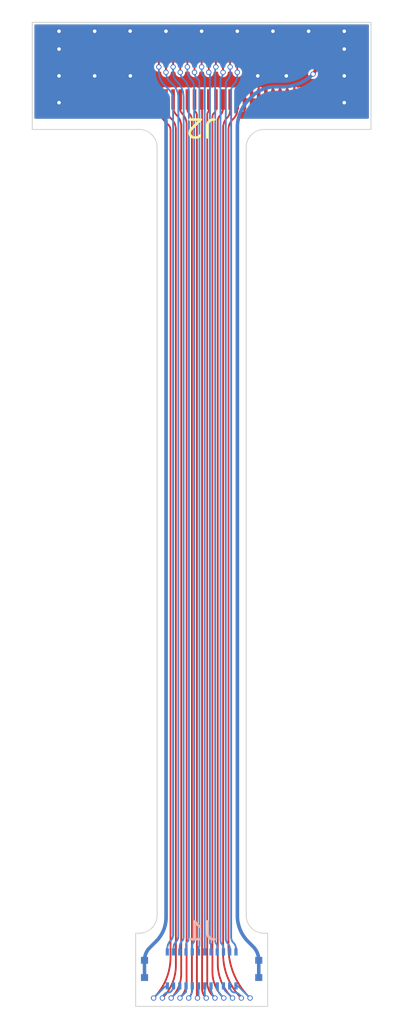
<source format=kicad_pcb>
(kicad_pcb (version 20211014) (generator pcbnew)
  (title_block (title "Pupdrive Flex Connector") (date "2022-03-26") (rev "A") (company "Open Ephys, Inc.") (comment 1 "Jonathan P. Newman"))
  (layers (0 "F.Cu" signal) (31 "B.Cu" signal) (34 "B.Paste" user) (35 "F.Paste" user) (36 "B.SilkS" user "B.Silkscreen") (37 "F.SilkS" user "F.Silkscreen") (38 "B.Mask" user) (39 "F.Mask" user) (44 "Edge.Cuts" user))
  (net 0 "")
  (net 5 "/E12")
  (net 6 "/E24")
  (net 7 "/E11")
  (net 8 "/E23")
  (net 9 "/E10")
  (net 10 "/E22")
  (net 11 "/E9")
  (net 12 "/E21")
  (net 13 "/E8")
  (net 14 "/E20")
  (net 15 "/E7")
  (net 16 "/E19")
  (net 17 "/E6")
  (net 18 "/E18")
  (net 19 "/E5")
  (net 20 "/E17")
  (net 21 "/E4")
  (net 22 "/E16")
  (net 23 "/E3")
  (net 24 "/E15")
  (net 25 "/E2")
  (net 26 "/E14")
  (net 27 "/E1")
  (net 28 "/E13")
  (net 29 "GNDA")
  (net 30 "/REF")
  (footprint "jonnew:HIROSE_DF40C(2.0)-70DS-0.4V(51)" (layer "F.Cu") (at 138.045 85.3325 180)
    (fp_text reference "J2" (at 0 -2.9 180 unlocked) (layer "F.SilkS"))
    (fp_text value "Conn_02x35_Odd_Even")
    (pad "1" smd roundrect locked (at 6.8 1.32) (size 0.2 1.14) (layers "F.Cu" "F.Paste") (roundrect_rratio 0.05))
    (pad "2" smd roundrect locked (at 6.8 -1.32) (size 0.2 1.14) (layers "F.Cu" "F.Paste") (roundrect_rratio 0.05))
    (pad "3" smd roundrect locked (at 6.4 1.32) (size 0.2 1.14) (layers "F.Cu" "F.Paste") (roundrect_rratio 0.05) (net 29 "GNDA"))
    (pad "4" smd roundrect locked (at 6.4 -1.32) (size 0.2 1.14) (layers "F.Cu" "F.Paste") (roundrect_rratio 0.05))
    (pad "5" smd roundrect locked (at 6 1.32) (size 0.2 1.14) (layers "F.Cu" "F.Paste") (roundrect_rratio 0.05) (net 29 "GNDA"))
    (pad "6" smd roundrect locked (at 6 -1.32) (size 0.2 1.14) (layers "F.Cu" "F.Paste") (roundrect_rratio 0.05) (net 29 "GNDA"))
    (pad "7" smd roundrect locked (at 5.6 1.32) (size 0.2 1.14) (layers "F.Cu" "F.Paste") (roundrect_rratio 0.05) (net 29 "GNDA"))
    (pad "8" smd roundrect locked (at 5.6 -1.32) (size 0.2 1.14) (layers "F.Cu" "F.Paste") (roundrect_rratio 0.05) (net 29 "GNDA"))
    (pad "9" smd roundrect locked (at 5.2 1.32) (size 0.2 1.14) (layers "F.Cu" "F.Paste") (roundrect_rratio 0.05) (net 29 "GNDA"))
    (pad "10" smd roundrect locked (at 5.2 -1.32) (size 0.2 1.14) (layers "F.Cu" "F.Paste") (roundrect_rratio 0.05) (net 29 "GNDA"))
    (pad "11" smd roundrect locked (at 4.8 1.32) (size 0.2 1.14) (layers "F.Cu" "F.Paste") (roundrect_rratio 0.05) (net 29 "GNDA"))
    (pad "12" smd roundrect locked (at 4.8 -1.32) (size 0.2 1.14) (layers "F.Cu" "F.Paste") (roundrect_rratio 0.05) (net 29 "GNDA"))
    (pad "13" smd roundrect locked (at 4.4 1.32) (size 0.2 1.14) (layers "F.Cu" "F.Paste") (roundrect_rratio 0.05) (net 29 "GNDA"))
    (pad "14" smd roundrect locked (at 4.4 -1.32) (size 0.2 1.14) (layers "F.Cu" "F.Paste") (roundrect_rratio 0.05) (net 29 "GNDA"))
    (pad "15" smd roundrect locked (at 4 1.32) (size 0.2 1.14) (layers "F.Cu" "F.Paste") (roundrect_rratio 0.05) (net 29 "GNDA"))
    (pad "16" smd roundrect locked (at 4 -1.32) (size 0.2 1.14) (layers "F.Cu" "F.Paste") (roundrect_rratio 0.05) (net 29 "GNDA"))
    (pad "17" smd roundrect locked (at 3.6 1.32) (size 0.2 1.14) (layers "F.Cu" "F.Paste") (roundrect_rratio 0.05) (net 29 "GNDA"))
    (pad "18" smd roundrect locked (at 3.6 -1.32) (size 0.2 1.14) (layers "F.Cu" "F.Paste") (roundrect_rratio 0.05) (net 29 "GNDA"))
    (pad "19" smd roundrect locked (at 3.2 1.32) (size 0.2 1.14) (layers "F.Cu" "F.Paste") (roundrect_rratio 0.05) (net 29 "GNDA"))
    (pad "20" smd roundrect locked (at 3.2 -1.32) (size 0.2 1.14) (layers "F.Cu" "F.Paste") (roundrect_rratio 0.05) (net 29 "GNDA"))
    (pad "21" smd roundrect locked (at 2.8 1.32) (size 0.2 1.14) (layers "F.Cu" "F.Paste") (roundrect_rratio 0.05) (net 29 "GNDA"))
    (pad "22" smd roundrect locked (at 2.8 -1.32) (size 0.2 1.14) (layers "F.Cu" "F.Paste") (roundrect_rratio 0.05) (net 29 "GNDA"))
    (pad "23" smd roundrect locked (at 2.4 1.32) (size 0.2 1.14) (layers "F.Cu" "F.Paste") (roundrect_rratio 0.05) (net 28 "/E13"))
    (pad "24" smd roundrect locked (at 2.4 -1.32) (size 0.2 1.14) (layers "F.Cu" "F.Paste") (roundrect_rratio 0.05) (net 27 "/E1"))
    (pad "25" smd roundrect locked (at 2 1.32) (size 0.2 1.14) (layers "F.Cu" "F.Paste") (roundrect_rratio 0.05) (net 26 "/E14"))
    (pad "26" smd roundrect locked (at 2 -1.32) (size 0.2 1.14) (layers "F.Cu" "F.Paste") (roundrect_rratio 0.05) (net 25 "/E2"))
    (pad "27" smd roundrect locked (at 1.6 1.32) (size 0.2 1.14) (layers "F.Cu" "F.Paste") (roundrect_rratio 0.05) (net 24 "/E15"))
    (pad "28" smd roundrect locked (at 1.6 -1.32) (size 0.2 1.14) (layers "F.Cu" "F.Paste") (roundrect_rratio 0.05) (net 23 "/E3"))
    (pad "29" smd roundrect locked (at 1.2 1.32) (size 0.2 1.14) (layers "F.Cu" "F.Paste") (roundrect_rratio 0.05) (net 22 "/E16"))
    (pad "30" smd roundrect locked (at 1.2 -1.32) (size 0.2 1.14) (layers "F.Cu" "F.Paste") (roundrect_rratio 0.05) (net 21 "/E4"))
    (pad "31" smd roundrect locked (at 0.8 1.32) (size 0.2 1.14) (layers "F.Cu" "F.Paste") (roundrect_rratio 0.05) (net 20 "/E17"))
    (pad "32" smd roundrect locked (at 0.8 -1.32) (size 0.2 1.14) (layers "F.Cu" "F.Paste") (roundrect_rratio 0.05) (net 19 "/E5"))
    (pad "33" smd roundrect locked (at 0.4 1.32) (size 0.2 1.14) (layers "F.Cu" "F.Paste") (roundrect_rratio 0.05) (net 18 "/E18"))
    (pad "34" smd roundrect locked (at 0.4 -1.32) (size 0.2 1.14) (layers "F.Cu" "F.Paste") (roundrect_rratio 0.05) (net 17 "/E6"))
    (pad "35" smd roundrect locked (at 0 1.32) (size 0.2 1.14) (layers "F.Cu" "F.Paste") (roundrect_rratio 0.05) (net 16 "/E19"))
    (pad "36" smd roundrect locked (at 0 -1.32) (size 0.2 1.14) (layers "F.Cu" "F.Paste") (roundrect_rratio 0.05) (net 15 "/E7"))
    (pad "37" smd roundrect locked (at -0.4 1.32) (size 0.2 1.14) (layers "F.Cu" "F.Paste") (roundrect_rratio 0.05) (net 14 "/E20"))
    (pad "38" smd roundrect locked (at -0.4 -1.32) (size 0.2 1.14) (layers "F.Cu" "F.Paste") (roundrect_rratio 0.05) (net 13 "/E8"))
    (pad "39" smd roundrect locked (at -0.8 1.32) (size 0.2 1.14) (layers "F.Cu" "F.Paste") (roundrect_rratio 0.05) (net 12 "/E21"))
    (pad "40" smd roundrect locked (at -0.8 -1.32) (size 0.2 1.14) (layers "F.Cu" "F.Paste") (roundrect_rratio 0.05) (net 11 "/E9"))
    (pad "41" smd roundrect locked (at -1.2 1.32) (size 0.2 1.14) (layers "F.Cu" "F.Paste") (roundrect_rratio 0.05) (net 10 "/E22"))
    (pad "42" smd roundrect locked (at -1.2 -1.32) (size 0.2 1.14) (layers "F.Cu" "F.Paste") (roundrect_rratio 0.05) (net 9 "/E10"))
    (pad "43" smd roundrect locked (at -1.6 1.32) (size 0.2 1.14) (layers "F.Cu" "F.Paste") (roundrect_rratio 0.05) (net 8 "/E23"))
    (pad "44" smd roundrect locked (at -1.6 -1.32) (size 0.2 1.14) (layers "F.Cu" "F.Paste") (roundrect_rratio 0.05) (net 7 "/E11"))
    (pad "45" smd roundrect locked (at -2 1.32) (size 0.2 1.14) (layers "F.Cu" "F.Paste") (roundrect_rratio 0.05) (net 6 "/E24"))
    (pad "46" smd roundrect locked (at -2 -1.32) (size 0.2 1.14) (layers "F.Cu" "F.Paste") (roundrect_rratio 0.05) (net 5 "/E12"))
    (pad "47" smd roundrect locked (at -2.4 1.32) (size 0.2 1.14) (layers "F.Cu" "F.Paste") (roundrect_rratio 0.05) (net 29 "GNDA"))
    (pad "48" smd roundrect locked (at -2.4 -1.32) (size 0.2 1.14) (layers "F.Cu" "F.Paste") (roundrect_rratio 0.05) (net 29 "GNDA"))
    (pad "49" smd roundrect locked (at -2.8 1.32) (size 0.2 1.14) (layers "F.Cu" "F.Paste") (roundrect_rratio 0.05) (net 29 "GNDA"))
    (pad "50" smd roundrect locked (at -2.8 -1.32) (size 0.2 1.14) (layers "F.Cu" "F.Paste") (roundrect_rratio 0.05) (net 29 "GNDA"))
    (pad "51" smd roundrect locked (at -3.2 1.32) (size 0.2 1.14) (layers "F.Cu" "F.Paste") (roundrect_rratio 0.05) (net 29 "GNDA"))
    (pad "52" smd roundrect locked (at -3.2 -1.32) (size 0.2 1.14) (layers "F.Cu" "F.Paste") (roundrect_rratio 0.05) (net 29 "GNDA"))
    (pad "53" smd roundrect locked (at -3.6 1.32) (size 0.2 1.14) (layers "F.Cu" "F.Paste") (roundrect_rratio 0.05) (net 29 "GNDA"))
    (pad "54" smd roundrect locked (at -3.6 -1.32) (size 0.2 1.14) (layers "F.Cu" "F.Paste") (roundrect_rratio 0.05) (net 29 "GNDA"))
    (pad "55" smd roundrect locked (at -4 1.32) (size 0.2 1.14) (layers "F.Cu" "F.Paste") (roundrect_rratio 0.05) (net 29 "GNDA"))
    (pad "56" smd roundrect locked (at -4 -1.32) (size 0.2 1.14) (layers "F.Cu" "F.Paste") (roundrect_rratio 0.05) (net 29 "GNDA"))
    (pad "57" smd roundrect locked (at -4.4 1.32) (size 0.2 1.14) (layers "F.Cu" "F.Paste") (roundrect_rratio 0.05) (net 29 "GNDA"))
    (pad "58" smd roundrect locked (at -4.4 -1.32) (size 0.2 1.14) (layers "F.Cu" "F.Paste") (roundrect_rratio 0.05) (net 29 "GNDA"))
    (pad "59" smd roundrect locked (at -4.8 1.32) (size 0.2 1.14) (layers "F.Cu" "F.Paste") (roundrect_rratio 0.05) (net 29 "GNDA"))
    (pad "60" smd roundrect locked (at -4.8 -1.32) (size 0.2 1.14) (layers "F.Cu" "F.Paste") (roundrect_rratio 0.05) (net 29 "GNDA"))
    (pad "61" smd roundrect locked (at -5.2 1.32) (size 0.2 1.14) (layers "F.Cu" "F.Paste") (roundrect_rratio 0.05) (net 29 "GNDA"))
    (pad "62" smd roundrect locked (at -5.2 -1.32) (size 0.2 1.14) (layers "F.Cu" "F.Paste") (roundrect_rratio 0.05) (net 29 "GNDA"))
    (pad "63" smd roundrect locked (at -5.6 1.32) (size 0.2 1.14) (layers "F.Cu" "F.Paste") (roundrect_rratio 0.05) (net 29 "GNDA"))
    (pad "64" smd roundrect locked (at -5.6 -1.32) (size 0.2 1.14) (layers "F.Cu" "F.Paste") (roundrect_rratio 0.05) (net 29 "GNDA"))
    (pad "65" smd roundrect locked (at -6 1.32) (size 0.2 1.14) (layers "F.Cu" "F.Paste") (roundrect_rratio 0.05) (net 29 "GNDA"))
    (pad "66" smd roundrect locked (at -6 -1.32) (size 0.2 1.14) (layers "F.Cu" "F.Paste") (roundrect_rratio 0.05) (net 29 "GNDA"))
    (pad "67" smd roundrect locked (at -6.4 1.32) (size 0.2 1.14) (layers "F.Cu" "F.Paste") (roundrect_rratio 0.05) (net 30 "/REF"))
    (pad "68" smd roundrect locked (at -6.4 -1.32) (size 0.2 1.14) (layers "F.Cu" "F.Paste") (roundrect_rratio 0.05) (net 29 "GNDA"))
    (pad "69" smd roundrect locked (at -6.8 1.32) (size 0.2 1.14) (layers "F.Cu" "F.Paste") (roundrect_rratio 0.05) (net 29 "GNDA"))
    (pad "70" smd roundrect locked (at -6.8 -1.32) (size 0.2 1.14) (layers "F.Cu" "F.Paste") (roundrect_rratio 0.05))
  )
  (footprint "jonnew:MOLEX_5052702412" (layer "B.Cu") (at 138.045 135.3325 180)
    (fp_text reference "J1" (at -0.005 2.1175 unlocked) (layer "B.SilkS") (effects (justify mirror)))
    (fp_text value "Conn_02x12_Odd_Even_4Mech")
    (pad "1" smd rect locked (at -1.925 -0.95 180) (size 0.18 0.4) (layers "B.Cu" "B.Paste") (net 5 "/E12"))
    (pad "2" smd rect locked (at -1.925 0.95 180) (size 0.18 0.4) (layers "B.Cu" "B.Paste") (net 6 "/E24"))
    (pad "3" smd rect locked (at -1.575 -0.95 180) (size 0.18 0.4) (layers "B.Cu" "B.Paste") (net 7 "/E11"))
    (pad "4" smd rect locked (at -1.575 0.95 180) (size 0.18 0.4) (layers "B.Cu" "B.Paste") (net 8 "/E23"))
    (pad "5" smd rect locked (at -1.225 -0.95 180) (size 0.18 0.4) (layers "B.Cu" "B.Paste") (net 9 "/E10"))
    (pad "6" smd rect locked (at -1.225 0.95 180) (size 0.18 0.4) (layers "B.Cu" "B.Paste") (net 10 "/E22"))
    (pad "7" smd rect locked (at -0.875 -0.95 180) (size 0.18 0.4) (layers "B.Cu" "B.Paste") (net 11 "/E9"))
    (pad "8" smd rect locked (at -0.875 0.95 180) (size 0.18 0.4) (layers "B.Cu" "B.Paste") (net 12 "/E21"))
    (pad "9" smd rect locked (at -0.525 -0.95 180) (size 0.18 0.4) (layers "B.Cu" "B.Paste") (net 13 "/E8"))
    (pad "10" smd rect locked (at -0.525 0.95 180) (size 0.18 0.4) (layers "B.Cu" "B.Paste") (net 14 "/E20"))
    (pad "11" smd rect locked (at -0.175 -0.95 180) (size 0.18 0.4) (layers "B.Cu" "B.Paste") (net 15 "/E7"))
    (pad "12" smd rect locked (at -0.175 0.95 180) (size 0.18 0.4) (layers "B.Cu" "B.Paste") (net 16 "/E19"))
    (pad "13" smd rect locked (at 0.175 -0.95 180) (size 0.18 0.4) (layers "B.Cu" "B.Paste") (net 17 "/E6"))
    (pad "14" smd rect locked (at 0.175 0.95 180) (size 0.18 0.4) (layers "B.Cu" "B.Paste") (net 18 "/E18"))
    (pad "15" smd rect locked (at 0.525 -0.95 180) (size 0.18 0.4) (layers "B.Cu" "B.Paste") (net 19 "/E5"))
    (pad "16" smd rect locked (at 0.525 0.95 180) (size 0.18 0.4) (layers "B.Cu" "B.Paste") (net 20 "/E17"))
    (pad "17" smd rect locked (at 0.875 -0.95 180) (size 0.18 0.4) (layers "B.Cu" "B.Paste") (net 21 "/E4"))
    (pad "18" smd rect locked (at 0.875 0.95 180) (size 0.18 0.4) (layers "B.Cu" "B.Paste") (net 22 "/E16"))
    (pad "19" smd rect locked (at 1.225 -0.95 180) (size 0.18 0.4) (layers "B.Cu" "B.Paste") (net 23 "/E3"))
    (pad "20" smd rect locked (at 1.225 0.95 180) (size 0.18 0.4) (layers "B.Cu" "B.Paste") (net 24 "/E15"))
    (pad "21" smd rect locked (at 1.575 -0.95 180) (size 0.18 0.4) (layers "B.Cu" "B.Paste") (net 25 "/E2"))
    (pad "22" smd rect locked (at 1.575 0.95 180) (size 0.18 0.4) (layers "B.Cu" "B.Paste") (net 26 "/E14"))
    (pad "23" smd rect locked (at 1.925 -0.95 180) (size 0.18 0.4) (layers "B.Cu" "B.Paste") (net 27 "/E1"))
    (pad "24" smd rect locked (at 1.925 0.95 180) (size 0.18 0.4) (layers "B.Cu" "B.Paste") (net 28 "/E13"))
    (pad "MP1" smd rect locked (at -3.205 -0.4825 180) (size 0.4 0.385) (layers "B.Cu" "B.Paste") (net 30 "/REF"))
    (pad "MP2" smd rect locked (at -3.205 0.4825 180) (size 0.4 0.385) (layers "B.Cu" "B.Paste") (net 30 "/REF"))
    (pad "MP3" smd rect locked (at 3.205 -0.4825 180) (size 0.4 0.385) (layers "B.Cu" "B.Paste") (net 29 "GNDA"))
    (pad "MP4" smd rect locked (at 3.205 0.4825 180) (size 0.4 0.385) (layers "B.Cu" "B.Paste") (net 29 "GNDA"))
  )
  (gr_line (start 135.545 132.3325) (end 135.545 89.3325) (layer "Edge.Cuts") (width 0.05))
  (gr_line (start 134.345 137.4325) (end 141.745 137.4325) (layer "Edge.Cuts") (width 0.05))
  (gr_arc (start 140.545 89.3325) (mid 140.837894 88.625394) (end 141.545 88.3325) (layer "Edge.Cuts") (width 0.05))
  (gr_line (start 141.745 133.3325) (end 141.545 133.3325) (layer "Edge.Cuts") (width 0.05))
  (gr_line (start 134.345 133.3325) (end 134.545 133.3325) (layer "Edge.Cuts") (width 0.05))
  (gr_arc (start 135.545 132.3325) (mid 135.252106 133.039606) (end 134.545 133.3325) (layer "Edge.Cuts") (width 0.05))
  (gr_line (start 147.545 88.3325) (end 141.545 88.3325) (layer "Edge.Cuts") (width 0.05))
  (gr_line (start 134.545 88.3325) (end 128.545 88.3325) (layer "Edge.Cuts") (width 0.05))
  (gr_line (start 140.545 89.3325) (end 140.545 132.3325) (layer "Edge.Cuts") (width 0.05))
  (gr_line (start 134.345 137.4325) (end 134.345 133.3325) (layer "Edge.Cuts") (width 0.05))
  (gr_line (start 147.545 88.3325) (end 147.545 82.3325) (layer "Edge.Cuts") (width 0.05))
  (gr_arc (start 134.545 88.3325) (mid 135.252106 88.625394) (end 135.545 89.3325) (layer "Edge.Cuts") (width 0.05))
  (gr_line (start 141.745 133.3325) (end 141.745 137.4325) (layer "Edge.Cuts") (width 0.05))
  (gr_line (start 128.545 82.3325) (end 147.545 82.3325) (layer "Edge.Cuts") (width 0.05))
  (gr_arc (start 141.545 133.3325) (mid 140.837894 133.039606) (end 140.545 132.3325) (layer "Edge.Cuts") (width 0.05))
  (gr_line (start 128.545 88.3325) (end 128.545 82.3325) (layer "Edge.Cuts") (width 0.05))
  (segment (start 139.55 134.106523) (end 139.55 88.3375) (width 0.1016) (layer "F.Cu") (net 5))
  (segment (start 140.045 86.6525) (end 140.045 87.229658) (width 0.1016) (layer "F.Cu") (net 5))
  (segment (start 139.845 87.7125) (end 139.783345 87.774155) (width 0.1016) (layer "F.Cu") (net 5))
  (segment (start 140.762274 136.9625) (end 140.712274 136.912499) (width 0.1016) (layer "F.Cu") (net 5))
  (via (at 140.762274 136.9625) (size 0.3) (drill 0.2) (layers "F.Cu" "B.Cu") (net 5))
  (arc (start 139.783345 87.774155) (mid 139.610644 88.03262) (end 139.55 88.3375) (width 0.1016) (layer "F.Cu") (net 5))
  (arc (start 140.045 87.229658) (mid 139.993022 87.49097) (end 139.845 87.7125) (width 0.1016) (layer "F.Cu") (net 5))
  (arc (start 140.712274 136.912499) (mid 139.852065 135.625107) (end 139.55 134.106523) (width 0.1016) (layer "F.Cu") (net 5))
  (segment (start 140.161663 136.36189) (end 140.762274 136.9625) (width 0.1016) (layer "B.Cu") (net 5))
  (arc (start 139.97 136.2825) (mid 140.073727 136.303133) (end 140.161663 136.36189) (width 0.1016) (layer "B.Cu") (net 5))
  (segment (start 140.045 84.0125) (end 140.045 85.1325) (width 0.1016) (layer "F.Cu") (net 6))
  (via (at 140.045 85.1325) (size 0.3) (drill 0.2) (layers "F.Cu" "B.Cu") (net 6))
  (segment (start 139.97 134.3825) (end 139.97 134.1575) (width 0.1016) (layer "B.Cu") (net 6))
  (segment (start 139.7 86.176703) (end 139.7 133.542011) (width 0.1016) (layer "B.Cu") (net 6))
  (segment (start 140.045 85.1325) (end 140.045 85.3438) (width 0.1016) (layer "B.Cu") (net 6))
  (arc (start 140.045 85.3438) (mid 139.995621 85.592046) (end 139.855 85.8025) (width 0.1016) (layer "B.Cu") (net 6))
  (arc (start 139.84 133.88) (mid 139.936215 134.023995) (end 139.97 134.193847) (width 0.1016) (layer "B.Cu") (net 6))
  (arc (start 139.7 133.542011) (mid 139.736385 133.72493) (end 139.84 133.88) (width 0.1016) (layer "B.Cu") (net 6))
  (arc (start 139.855 85.8025) (mid 139.740283 85.974185) (end 139.7 86.176703) (width 0.1016) (layer "B.Cu") (net 6))
  (segment (start 139.25 88.211555) (end 139.25 134.498907) (width 0.1016) (layer "F.Cu") (net 7))
  (segment (start 139.645 86.6525) (end 139.645 87.257942) (width 0.1016) (layer "F.Cu") (net 7))
  (via (at 140.270454 136.9625) (size 0.3) (drill 0.2) (layers "F.Cu" "B.Cu") (net 7))
  (arc (start 139.645 87.257942) (mid 139.59822 87.493123) (end 139.465 87.6925) (width 0.1016) (layer "F.Cu") (net 7))
  (arc (start 139.25 134.498907) (mid 139.515208 135.832194) (end 140.270454 136.9625) (width 0.1016) (layer "F.Cu") (net 7))
  (arc (start 139.465 87.6925) (mid 139.305877 87.930644) (end 139.25 88.211555) (width 0.1016) (layer "F.Cu") (net 7))
  (segment (start 140.212439 136.822438) (end 140.17 136.78) (width 0.1016) (layer "B.Cu") (net 7))
  (segment (start 140.138995 136.748995) (end 140.17 136.78) (width 0.1016) (layer "B.Cu") (net 7))
  (segment (start 139.88071 136.65) (end 139.9 136.65) (width 0.1016) (layer "B.Cu") (net 7))
  (segment (start 139.745511 136.585512) (end 139.76 136.6) (width 0.1016) (layer "B.Cu") (net 7))
  (arc (start 140.270454 136.9625) (mid 140.255376 136.886699) (end 140.212439 136.822438) (width 0.1016) (layer "B.Cu") (net 7))
  (arc (start 139.76 136.6) (mid 139.815381 136.637005) (end 139.88071 136.65) (width 0.1016) (layer "B.Cu") (net 7))
  (arc (start 139.62 136.2825) (mid 139.652619 136.446489) (end 139.745511 136.585512) (width 0.1016) (layer "B.Cu") (net 7))
  (arc (start 139.9 136.65) (mid 140.029343 136.675728) (end 140.138995 136.748995) (width 0.1016) (layer "B.Cu") (net 7))
  (segment (start 139.645 84.0125) (end 139.645 84.8325) (width 0.1016) (layer "F.Cu") (net 8))
  (via (at 139.645 84.8325) (size 0.3) (drill 0.2) (layers "F.Cu" "B.Cu") (net 8))
  (segment (start 139.62 134.3825) (end 139.62 134.161421) (width 0.1016) (layer "B.Cu") (net 8))
  (segment (start 139.3978 133.1478) (end 139.3978 85.801303) (width 0.1016) (layer "B.Cu") (net 8))
  (segment (start 139.4 133.630295) (end 139.4 133.15) (width 0.1016) (layer "B.Cu") (net 8))
  (segment (start 139.4 133.15) (end 139.3978 133.1478) (width 0.1016) (layer "B.Cu") (net 8))
  (segment (start 139.645 84.8325) (end 139.645 85.204511) (width 0.1016) (layer "B.Cu") (net 8))
  (arc (start 139.505 85.5425) (mid 139.425661 85.661239) (end 139.3978 85.801303) (width 0.1016) (layer "B.Cu") (net 8))
  (arc (start 139.52 133.92) (mid 139.431187 133.787083) (end 139.4 133.630295) (width 0.1016) (layer "B.Cu") (net 8))
  (arc (start 139.62 134.161421) (mid 139.594011 134.030765) (end 139.52 133.92) (width 0.1016) (layer "B.Cu") (net 8))
  (arc (start 139.645 85.204511) (mid 139.608615 85.387429) (end 139.505 85.5425) (width 0.1016) (layer "B.Cu") (net 8))
  (segment (start 138.95 87.854276) (end 138.95 135.032707) (width 0.1016) (layer "F.Cu") (net 9))
  (segment (start 139.728636 136.912499) (end 139.778636 136.9625) (width 0.1016) (layer "F.Cu") (net 9))
  (segment (start 139.245 86.6525) (end 139.245 87.142084) (width 0.1016) (layer "F.Cu") (net 9))
  (via (at 139.778636 136.9625) (size 0.3) (drill 0.2) (layers "F.Cu" "B.Cu") (net 9))
  (arc (start 138.95 135.032707) (mid 139.152361 136.050043) (end 139.728636 136.912499) (width 0.1016) (layer "F.Cu") (net 9))
  (arc (start 139.245 87.142084) (mid 139.200819 87.364199) (end 139.075 87.5525) (width 0.1016) (layer "F.Cu") (net 9))
  (arc (start 139.075 87.5525) (mid 138.982487 87.690956) (end 138.95 87.854276) (width 0.1016) (layer "F.Cu") (net 9))
  (segment (start 139.391173 136.575036) (end 139.778636 136.9625) (width 0.1016) (layer "B.Cu") (net 9))
  (arc (start 139.27 136.2825) (mid 139.301492 136.44082) (end 139.391173 136.575036) (width 0.1016) (layer "B.Cu") (net 9))
  (segment (start 139.245 84.0125) (end 139.245 85.1325) (width 0.1016) (layer "F.Cu") (net 10))
  (via (at 139.245 85.1325) (size 0.3) (drill 0.2) (layers "F.Cu" "B.Cu") (net 10))
  (segment (start 139.10252 133.752947) (end 139.10252 85.539197) (width 0.1016) (layer "B.Cu") (net 10))
  (segment (start 139.27 134.3825) (end 139.27 134.157279) (width 0.1016) (layer "B.Cu") (net 10))
  (segment (start 139.245 85.1325) (end 139.245 85.195221) (width 0.1016) (layer "B.Cu") (net 10))
  (arc (start 139.245 85.195221) (mid 139.22161 85.312811) (end 139.155 85.4125) (width 0.1016) (layer "B.Cu") (net 10))
  (arc (start 139.27 134.157279) (mid 139.24661 134.039689) (end 139.18 133.94) (width 0.1016) (layer "B.Cu") (net 10))
  (arc (start 139.155 85.4125) (mid 139.116159 85.470628) (end 139.10252 85.539197) (width 0.1016) (layer "B.Cu") (net 10))
  (arc (start 139.18 133.94) (mid 139.122657 133.85418) (end 139.10252 133.752947) (width 0.1016) (layer "B.Cu") (net 10))
  (segment (start 138.845 86.6525) (end 138.845 87.156937) (width 0.1016) (layer "F.Cu") (net 11))
  (segment (start 138.65 87.627708) (end 138.65 135.495797) (width 0.1016) (layer "F.Cu") (net 11))
  (segment (start 139.236817 136.9125) (end 139.286818 136.9625) (width 0.1016) (layer "F.Cu") (net 11))
  (via (at 139.286818 136.9625) (size 0.3) (drill 0.2) (layers "F.Cu" "B.Cu") (net 11))
  (arc (start 138.845 87.156937) (mid 138.816412 87.300658) (end 138.735 87.4225) (width 0.1016) (layer "F.Cu") (net 11))
  (arc (start 138.65 135.495797) (mid 138.802509 136.262511) (end 139.236817 136.9125) (width 0.1016) (layer "F.Cu") (net 11))
  (arc (start 138.735 87.4225) (mid 138.67209 87.516649) (end 138.65 87.627708) (width 0.1016) (layer "F.Cu") (net 11))
  (segment (start 139.141453 136.817135) (end 139.286818 136.9625) (width 0.1016) (layer "B.Cu") (net 11))
  (arc (start 138.92 136.2825) (mid 138.977554 136.571842) (end 139.141453 136.817135) (width 0.1016) (layer "B.Cu") (net 11))
  (segment (start 138.845 84.0125) (end 138.845 84.8325) (width 0.1016) (layer "F.Cu") (net 12))
  (via (at 138.845 84.8325) (size 0.3) (drill 0.2) (layers "F.Cu" "B.Cu") (net 12))
  (segment (start 138.92 134.3825) (end 138.92 134.083137) (width 0.1016) (layer "B.Cu") (net 12))
  (segment (start 138.80724 133.810911) (end 138.80724 84.92366) (width 0.1016) (layer "B.Cu") (net 12))
  (arc (start 138.92 134.083137) (mid 138.89921 133.978613) (end 138.84 133.89) (width 0.1016) (layer "B.Cu") (net 12))
  (arc (start 138.80724 84.92366) (mid 138.817053 84.874325) (end 138.845 84.8325) (width 0.1016) (layer "B.Cu") (net 12))
  (arc (start 138.84 133.89) (mid 138.815755 133.853714) (end 138.80724 133.810911) (width 0.1016) (layer "B.Cu") (net 12))
  (segment (start 138.445 86.6525) (end 138.445 87.280074) (width 0.1016) (layer "F.Cu") (net 13))
  (segment (start 138.36 87.485281) (end 138.36 136.072988) (width 0.1016) (layer "F.Cu") (net 13))
  (segment (start 138.681389 136.848888) (end 138.795 136.9625) (width 0.1016) (layer "F.Cu") (net 13))
  (via (at 138.795 136.9625) (size 0.3) (drill 0.2) (layers "F.Cu" "B.Cu") (net 13))
  (arc (start 138.415 87.3525) (mid 138.374294 87.41342) (end 138.36 87.485281) (width 0.1016) (layer "F.Cu") (net 13))
  (arc (start 138.36 136.072988) (mid 138.443526 136.492902) (end 138.681389 136.848888) (width 0.1016) (layer "F.Cu") (net 13))
  (arc (start 138.445 87.280074) (mid 138.437203 87.31927) (end 138.415 87.3525) (width 0.1016) (layer "F.Cu") (net 13))
  (segment (start 138.57 136.2825) (end 138.57 136.419302) (width 0.1016) (layer "B.Cu") (net 13))
  (arc (start 138.57 136.419302) (mid 138.628475 136.713278) (end 138.795 136.9625) (width 0.1016) (layer "B.Cu") (net 13))
  (segment (start 138.445 84.0125) (end 138.445 85.1325) (width 0.1016) (layer "F.Cu") (net 14))
  (via (at 138.445 85.1325) (size 0.3) (drill 0.2) (layers "F.Cu" "B.Cu") (net 14))
  (segment (start 138.51196 85.1325) (end 138.51196 133.876448) (width 0.1016) (layer "B.Cu") (net 14))
  (segment (start 138.57 134.016568) (end 138.57 134.3825) (width 0.1016) (layer "B.Cu") (net 14))
  (segment (start 138.445 85.1325) (end 138.51196 85.1325) (width 0.1016) (layer "B.Cu") (net 14))
  (arc (start 138.53 133.92) (mid 138.559605 133.964306) (end 138.57 134.016568) (width 0.1016) (layer "B.Cu") (net 14))
  (arc (start 138.51196 133.876448) (mid 138.516649 133.900018) (end 138.53 133.92) (width 0.1016) (layer "B.Cu") (net 14))
  (segment (start 138.273181 136.9325) (end 138.303182 136.9625) (width 0.1016) (layer "F.Cu") (net 15))
  (segment (start 138.07 87.078713) (end 138.07 136.441976) (width 0.1016) (layer "F.Cu") (net 15))
  (segment (start 138.045 86.6525) (end 138.045 87.018358) (width 0.1016) (layer "F.Cu") (net 15))
  (via (at 138.303182 136.9625) (size 0.3) (drill 0.2) (layers "F.Cu" "B.Cu") (net 15))
  (arc (start 138.045 87.018358) (mid 138.047598 87.031423) (end 138.055 87.0425) (width 0.1016) (layer "F.Cu") (net 15))
  (arc (start 138.055 87.0425) (mid 138.066101 87.059115) (end 138.07 87.078713) (width 0.1016) (layer "F.Cu") (net 15))
  (arc (start 138.07 136.441976) (mid 138.122805 136.707445) (end 138.273181 136.9325) (width 0.1016) (layer "F.Cu") (net 15))
  (segment (start 138.22 136.2825) (end 138.22 136.761681) (width 0.1016) (layer "B.Cu") (net 15))
  (arc (start 138.22 136.761681) (mid 138.241618 136.870363) (end 138.303182 136.9625) (width 0.1016) (layer "B.Cu") (net 15))
  (segment (start 138.045 84.0125) (end 138.045 84.8325) (width 0.1016) (layer "F.Cu") (net 16))
  (via (at 138.045 84.8325) (size 0.3) (drill 0.2) (layers "F.Cu" "B.Cu") (net 16))
  (segment (start 138.22 133.158015) (end 138.22 134.3825) (width 0.1016) (layer "B.Cu") (net 16))
  (segment (start 138.21668 85.50555) (end 138.21668 133.15) (width 0.1016) (layer "B.Cu") (net 16))
  (segment (start 138.045 84.8325) (end 138.045 85.091079) (width 0.1016) (layer "B.Cu") (net 16))
  (arc (start 138.045 85.091079) (mid 138.070989 85.221735) (end 138.145 85.3325) (width 0.1016) (layer "B.Cu") (net 16))
  (arc (start 138.21668 133.15) (mid 138.219138 133.153678) (end 138.22 133.158015) (width 0.1016) (layer "B.Cu") (net 16))
  (arc (start 138.145 85.3325) (mid 138.198051 85.411896) (end 138.21668 85.50555) (width 0.1016) (layer "B.Cu") (net 16))
  (segment (start 137.78 87.533566) (end 137.78 136.931136) (width 0.1016) (layer "F.Cu") (net 17))
  (segment (start 137.78 136.931136) (end 137.811364 136.9625) (width 0.1016) (layer "F.Cu") (net 17))
  (segment (start 137.645 86.6525) (end 137.645 87.207648) (width 0.1016) (layer "F.Cu") (net 17))
  (via (at 137.811364 136.9625) (size 0.3) (drill 0.2) (layers "F.Cu" "B.Cu") (net 17))
  (arc (start 137.645 87.207648) (mid 137.660593 87.286041) (end 137.705 87.3525) (width 0.1016) (layer "F.Cu") (net 17))
  (arc (start 137.705 87.3525) (mid 137.760508 87.435573) (end 137.78 87.533566) (width 0.1016) (layer "F.Cu") (net 17))
  (segment (start 137.87 136.2825) (end 137.87 136.820941) (width 0.1016) (layer "B.Cu") (net 17))
  (arc (start 137.87 136.820941) (mid 137.854761 136.897552) (end 137.811364 136.9625) (width 0.1016) (layer "B.Cu") (net 17))
  (segment (start 137.645 84.0125) (end 137.645 85.1325) (width 0.1016) (layer "F.Cu") (net 18))
  (via (at 137.645 85.1325) (size 0.3) (drill 0.2) (layers "F.Cu" "B.Cu") (net 18))
  (segment (start 137.9214 85.716945) (end 137.9214 134.028336) (width 0.1016) (layer "B.Cu") (net 18))
  (segment (start 137.786421 85.473922) (end 137.845 85.5325) (width 0.1016) (layer "B.Cu") (net 18))
  (segment (start 137.87 134.152426) (end 137.87 134.3825) (width 0.1016) (layer "B.Cu") (net 18))
  (arc (start 137.845 85.5325) (mid 137.901543 85.617123) (end 137.9214 85.716945) (width 0.1016) (layer "B.Cu") (net 18))
  (arc (start 137.645 85.1325) (mid 137.681754 85.317276) (end 137.786421 85.473922) (width 0.1016) (layer "B.Cu") (net 18))
  (arc (start 137.9214 134.028336) (mid 137.915838 134.056297) (end 137.9 134.08) (width 0.1016) (layer "B.Cu") (net 18))
  (arc (start 137.9 134.08) (mid 137.877797 134.11323) (end 137.87 134.152426) (width 0.1016) (layer "B.Cu") (net 18))
  (segment (start 137.5 87.806703) (end 137.5 136.526846) (width 0.1016) (layer "F.Cu") (net 19))
  (segment (start 137.245 86.6525) (end 137.245 87.191079) (width 0.1016) (layer "F.Cu") (net 19))
  (via (at 137.319546 136.9625) (size 0.3) (drill 0.2) (layers "F.Cu" "B.Cu") (net 19))
  (arc (start 137.5 136.526846) (mid 137.453101 136.76262) (end 137.319546 136.9625) (width 0.1016) (layer "F.Cu") (net 19))
  (arc (start 137.345 87.4325) (mid 137.459717 87.604185) (end 137.5 87.806703) (width 0.1016) (layer "F.Cu") (net 19))
  (arc (start 137.245 87.191079) (mid 137.270989 87.321735) (end 137.345 87.4325) (width 0.1016) (layer "F.Cu") (net 19))
  (segment (start 137.52 136.2825) (end 137.52 136.478562) (width 0.1016) (layer "B.Cu") (net 19))
  (arc (start 137.52 136.478562) (mid 137.467904 136.740467) (end 137.319546 136.9625) (width 0.1016) (layer "B.Cu") (net 19))
  (segment (start 137.245 84.0125) (end 137.245 84.8325) (width 0.1016) (layer "F.Cu") (net 20))
  (via (at 137.245 84.8325) (size 0.3) (drill 0.2) (layers "F.Cu" "B.Cu") (net 20))
  (segment (start 137.245 84.8325) (end 137.245 85.049658) (width 0.1016) (layer "B.Cu") (net 20))
  (segment (start 137.62612 85.969762) (end 137.62612 133.744515) (width 0.1016) (layer "B.Cu") (net 20))
  (segment (start 137.52 134.00071) (end 137.52 134.3825) (width 0.1016) (layer "B.Cu") (net 20))
  (arc (start 137.62612 133.744515) (mid 137.611535 133.817839) (end 137.57 133.88) (width 0.1016) (layer "B.Cu") (net 20))
  (arc (start 137.245 85.049658) (mid 137.296978 85.31097) (end 137.445 85.5325) (width 0.1016) (layer "B.Cu") (net 20))
  (arc (start 137.445 85.5325) (mid 137.579048 85.733117) (end 137.62612 85.969762) (width 0.1016) (layer "B.Cu") (net 20))
  (arc (start 137.57 133.88) (mid 137.532994 133.935383) (end 137.52 134.00071) (width 0.1016) (layer "B.Cu") (net 20))
  (segment (start 137.2 88.048124) (end 137.2 136.063756) (width 0.1016) (layer "F.Cu") (net 21))
  (segment (start 136.845 86.6525) (end 136.845 87.191079) (width 0.1016) (layer "F.Cu") (net 21))
  (via (at 136.827728 136.9625) (size 0.3) (drill 0.2) (layers "F.Cu" "B.Cu") (net 21))
  (arc (start 136.845 87.191079) (mid 136.870989 87.321735) (end 136.945 87.4325) (width 0.1016) (layer "F.Cu") (net 21))
  (arc (start 137.2 136.063756) (mid 137.10325 136.550153) (end 136.827728 136.9625) (width 0.1016) (layer "F.Cu") (net 21))
  (arc (start 136.945 87.4325) (mid 137.133728 87.714951) (end 137.2 88.048124) (width 0.1016) (layer "F.Cu") (net 21))
  (segment (start 137.17 136.620228) (end 136.827728 136.9625) (width 0.1016) (layer "B.Cu") (net 21))
  (segment (start 137.17 136.2825) (end 137.17 136.620228) (width 0.1016) (layer "B.Cu") (net 21))
  (segment (start 136.845 84.0125) (end 136.845 85.1325) (width 0.1016) (layer "F.Cu") (net 22))
  (via (at 136.845 85.1325) (size 0.3) (drill 0.2) (layers "F.Cu" "B.Cu") (net 22))
  (segment (start 136.986421 85.473922) (end 137.045 85.5325) (width 0.1016) (layer "B.Cu") (net 22))
  (segment (start 137.33084 86.222578) (end 137.33084 133.604835) (width 0.1016) (layer "B.Cu") (net 22))
  (segment (start 137.17 133.993137) (end 137.17 134.3825) (width 0.1016) (layer "B.Cu") (net 22))
  (arc (start 137.25 133.8) (mid 137.190791 133.888613) (end 137.17 133.993137) (width 0.1016) (layer "B.Cu") (net 22))
  (arc (start 137.045 85.5325) (mid 137.256552 85.84911) (end 137.33084 86.222578) (width 0.1016) (layer "B.Cu") (net 22))
  (arc (start 137.33084 133.604835) (mid 137.30983 133.710458) (end 137.25 133.8) (width 0.1016) (layer "B.Cu") (net 22))
  (arc (start 136.845 85.1325) (mid 136.881754 85.317276) (end 136.986421 85.473922) (width 0.1016) (layer "B.Cu") (net 22))
  (segment (start 136.9 88.148124) (end 136.9 135.600667) (width 0.1016) (layer "F.Cu") (net 23))
  (segment (start 136.445 86.6525) (end 136.445 87.049658) (width 0.1016) (layer "F.Cu") (net 23))
  (via (at 136.33591 136.9625) (size 0.3) (drill 0.2) (layers "F.Cu" "B.Cu") (net 23))
  (arc (start 136.645 87.5325) (mid 136.833728 87.814951) (end 136.9 88.148124) (width 0.1016) (layer "F.Cu") (net 23))
  (arc (start 136.445 87.049658) (mid 136.496978 87.31097) (end 136.645 87.5325) (width 0.1016) (layer "F.Cu") (net 23))
  (arc (start 136.9 135.600667) (mid 136.753398 136.337686) (end 136.33591 136.9625) (width 0.1016) (layer "F.Cu") (net 23))
  (segment (start 136.681471 136.61694) (end 136.33591 136.9625) (width 0.1016) (layer "B.Cu") (net 23))
  (arc (start 136.82 136.2825) (mid 136.783997 136.463497) (end 136.681471 136.61694) (width 0.1016) (layer "B.Cu") (net 23))
  (segment (start 136.445 84.0125) (end 136.445 84.8325) (width 0.1016) (layer "F.Cu") (net 24))
  (via (at 136.445 84.8325) (size 0.3) (drill 0.2) (layers "F.Cu" "B.Cu") (net 24))
  (segment (start 137.03556 86.5325) (end 137.03556 133.567583) (width 0.1016) (layer "B.Cu") (net 24))
  (segment (start 136.445 84.8325) (end 136.445 85.149658) (width 0.1016) (layer "B.Cu") (net 24))
  (segment (start 136.645 85.6325) (end 136.675331 85.662831) (width 0.1016) (layer "B.Cu") (net 24))
  (segment (start 136.82 134.087989) (end 136.82 134.3825) (width 0.1016) (layer "B.Cu") (net 24))
  (arc (start 136.445 85.149658) (mid 136.496978 85.41097) (end 136.645 85.6325) (width 0.1016) (layer "B.Cu") (net 24))
  (arc (start 137.03556 133.567583) (mid 137.015922 133.666307) (end 136.96 133.75) (width 0.1016) (layer "B.Cu") (net 24))
  (arc (start 136.96 133.75) (mid 136.856385 133.905071) (end 136.82 134.087989) (width 0.1016) (layer "B.Cu") (net 24))
  (arc (start 136.675331 85.662831) (mid 136.941939 86.061838) (end 137.03556 86.5325) (width 0.1016) (layer "B.Cu") (net 24))
  (segment (start 136.045 86.6525) (end 136.045 87.149658) (width 0.1016) (layer "F.Cu") (net 25))
  (segment (start 136.6 88.3325) (end 136.6 135.137577) (width 0.1016) (layer "F.Cu") (net 25))
  (segment (start 136.245 87.6325) (end 136.356048 87.743548) (width 0.1016) (layer "F.Cu") (net 25))
  (via (at 135.844092 136.9625) (size 0.3) (drill 0.2) (layers "F.Cu" "B.Cu") (net 25))
  (arc (start 136.045 87.149658) (mid 136.096978 87.41097) (end 136.245 87.6325) (width 0.1016) (layer "F.Cu") (net 25))
  (arc (start 136.356048 87.743548) (mid 136.536599 88.013761) (end 136.6 88.3325) (width 0.1016) (layer "F.Cu") (net 25))
  (arc (start 136.6 135.137577) (mid 136.403546 136.125218) (end 135.844092 136.9625) (width 0.1016) (layer "F.Cu") (net 25))
  (segment (start 136.32 136.6) (end 136.35156 136.56844) (width 0.1016) (layer "B.Cu") (net 25))
  (segment (start 135.912393 136.797607) (end 136 136.71) (width 0.1016) (layer "B.Cu") (net 25))
  (segment (start 136.144852 136.65) (end 136.19929 136.65) (width 0.1016) (layer "B.Cu") (net 25))
  (arc (start 136.19929 136.65) (mid 136.264617 136.637006) (end 136.32 136.6) (width 0.1016) (layer "B.Cu") (net 25))
  (arc (start 136.35156 136.56844) (mid 136.439219 136.43725) (end 136.47 136.2825) (width 0.1016) (layer "B.Cu") (net 25))
  (arc (start 136 136.71) (mid 136.066458 136.665594) (end 136.144852 136.65) (width 0.1016) (layer "B.Cu") (net 25))
  (arc (start 135.844092 136.9625) (mid 135.861843 136.873261) (end 135.912393 136.797607) (width 0.1016) (layer "B.Cu") (net 25))
  (segment (start 136.045 84.0125) (end 136.045 85.1325) (width 0.1016) (layer "F.Cu") (net 26))
  (via (at 136.045 85.1325) (size 0.3) (drill 0.2) (layers "F.Cu" "B.Cu") (net 26))
  (segment (start 136.74028 133.46305) (end 136.74028 86.5325) (width 0.1016) (layer "B.Cu") (net 26))
  (segment (start 136.47 134.3825) (end 136.47 134.115563) (width 0.1016) (layer "B.Cu") (net 26))
  (segment (start 136.257132 85.644632) (end 136.445 85.8325) (width 0.1016) (layer "B.Cu") (net 26))
  (arc (start 136.58 133.85) (mid 136.698625 133.672467) (end 136.74028 133.46305) (width 0.1016) (layer "B.Cu") (net 26))
  (arc (start 136.045 85.1325) (mid 136.100131 85.409664) (end 136.257132 85.644632) (width 0.1016) (layer "B.Cu") (net 26))
  (arc (start 136.445 85.8325) (mid 136.663539 86.159566) (end 136.74028 86.545368) (width 0.1016) (layer "B.Cu") (net 26))
  (arc (start 136.47 134.115563) (mid 136.498588 133.971842) (end 136.58 133.85) (width 0.1016) (layer "B.Cu") (net 26))
  (segment (start 135.945 87.8325) (end 136.165649 88.053149) (width 0.1016) (layer "F.Cu") (net 27))
  (segment (start 135.645 86.6525) (end 135.645 87.108236) (width 0.1016) (layer "F.Cu") (net 27))
  (segment (start 136.3 88.3775) (end 136.3 134.674488) (width 0.1016) (layer "F.Cu") (net 27))
  (via (at 135.352274 136.9625) (size 0.3) (drill 0.2) (layers "F.Cu" "B.Cu") (net 27))
  (arc (start 136.165649 88.053149) (mid 136.265083 88.201962) (end 136.3 88.3775) (width 0.1016) (layer "F.Cu") (net 27))
  (arc (start 136.3 134.674488) (mid 136.053694 135.912752) (end 135.352274 136.9625) (width 0.1016) (layer "F.Cu") (net 27))
  (arc (start 135.645 87.108236) (mid 135.722967 87.500204) (end 135.945 87.8325) (width 0.1016) (layer "F.Cu") (net 27))
  (segment (start 135.970243 136.344532) (end 135.352274 136.9625) (width 0.1016) (layer "B.Cu") (net 27))
  (arc (start 136.12 136.2825) (mid 136.038952 136.298621) (end 135.970243 136.344532) (width 0.1016) (layer "B.Cu") (net 27))
  (segment (start 135.645 84.0125) (end 135.645 84.8325) (width 0.1016) (layer "F.Cu") (net 28))
  (via (at 135.645 84.8325) (size 0.3) (drill 0.2) (layers "F.Cu" "B.Cu") (net 28))
  (segment (start 135.645 84.8325) (end 135.645 85.108236) (width 0.1016) (layer "B.Cu") (net 28))
  (segment (start 136.12 134.1987) (end 136.12 134.3825) (width 0.1016) (layer "B.Cu") (net 28))
  (segment (start 136.445 86.6325) (end 136.445 133.414082) (width 0.1016) (layer "B.Cu") (net 28))
  (segment (start 135.945 85.8325) (end 136.232867 86.120367) (width 0.1016) (layer "B.Cu") (net 28))
  (arc (start 135.645 85.108236) (mid 135.722967 85.500204) (end 135.945 85.8325) (width 0.1016) (layer "B.Cu") (net 28))
  (arc (start 136.232867 86.120367) (mid 136.389868 86.355335) (end 136.445 86.6325) (width 0.1016) (layer "B.Cu") (net 28))
  (arc (start 136.445 133.414082) (mid 136.409915 133.590468) (end 136.31 133.74) (width 0.1016) (layer "B.Cu") (net 28))
  (arc (start 136.31 133.74) (mid 136.169379 133.950454) (end 136.12 134.1987) (width 0.1016) (layer "B.Cu") (net 28))
  (via (at 146.045 85.3325) (size 0.3) (drill 0.2) (layers "F.Cu" "B.Cu") (net 29))
  (via (at 132.045 82.8325) (size 0.3) (drill 0.2) (layers "F.Cu" "B.Cu") (net 29))
  (via (at 144.045 82.8325) (size 0.3) (drill 0.2) (layers "F.Cu" "B.Cu") (net 29))
  (via (at 130.045 86.8325) (size 0.3) (drill 0.2) (layers "F.Cu" "B.Cu") (net 29))
  (via (at 142.045 82.8325) (size 0.3) (drill 0.2) (layers "F.Cu" "B.Cu") (net 29))
  (via (at 141.195 85.3325) (size 0.3) (drill 0.2) (layers "F.Cu" "B.Cu") (net 29))
  (via (at 134.045 85.3325) (size 0.3) (drill 0.2) (layers "F.Cu" "B.Cu") (net 29))
  (via (at 146.045 83.8325) (size 0.3) (drill 0.2) (layers "F.Cu" "B.Cu") (net 29))
  (via (at 138.045 82.8325) (size 0.3) (drill 0.2) (layers "F.Cu" "B.Cu") (net 29))
  (via (at 136.045 82.8325) (size 0.3) (drill 0.2) (layers "F.Cu" "B.Cu") (net 29))
  (via (at 130.045 82.8325) (size 0.3) (drill 0.2) (layers "F.Cu" "B.Cu") (net 29))
  (via (at 134.033963 82.826344) (size 0.3) (drill 0.2) (layers "F.Cu" "B.Cu") (net 29))
  (via (at 132.045 85.3325) (size 0.3) (drill 0.2) (layers "F.Cu" "B.Cu") (net 29))
  (via (at 142.795 85.3325) (size 0.3) (drill 0.2) (layers "F.Cu" "B.Cu") (net 29))
  (via (at 146.045 82.8325) (size 0.3) (drill 0.2) (layers "F.Cu" "B.Cu") (net 29))
  (via (at 140.045 82.8325) (size 0.3) (drill 0.2) (layers "F.Cu" "B.Cu") (net 29))
  (via (at 130.045 85.3325) (size 0.3) (drill 0.2) (layers "F.Cu" "B.Cu") (net 29))
  (via (at 130.045 83.8325) (size 0.3) (drill 0.2) (layers "F.Cu" "B.Cu") (net 29))
  (via (at 146.045 86.8325) (size 0.3) (drill 0.2) (layers "F.Cu" "B.Cu") (net 29))
  (segment (start 135.500224 133.777275) (end 135.131682 134.145817) (width 0.2) (layer "B.Cu") (net 29))
  (segment (start 136.05 87.9375) (end 136.05 132.45) (width 0.2) (layer "B.Cu") (net 29))
  (segment (start 136.045 87.9325) (end 136.05 87.9375) (width 0.2) (layer "B.Cu") (net 29))
  (segment (start 134.84 134.85) (end 134.84 135.815) (width 0.2) (layer "B.Cu") (net 29))
  (arc (start 136.045 87.9325) (mid 135.934737 87.378172) (end 135.620736 86.908236) (width 0.2) (layer "B.Cu") (net 29))
  (arc (start 135.131682 134.145817) (mid 134.915805 134.468898) (end 134.84 134.85) (width 0.2) (layer "B.Cu") (net 29))
  (arc (start 136.05 132.45) (mid 135.907118 133.168316) (end 135.500224 133.777275) (width 0.2) (layer "B.Cu") (net 29))
  (segment (start 144.445 84.870368) (end 144.445 84.0125) (width 0.2) (layer "F.Cu") (net 30))
  (via (at 144.295 85.2325) (size 0.3) (drill 0.2) (layers "F.Cu" "B.Cu") (net 30))
  (arc (start 144.295 85.2325) (mid 144.406016 85.066353) (end 144.445 84.870368) (width 0.2) (layer "F.Cu") (net 30))
  (segment (start 142.175 85.9425) (end 142.580909 85.9425) (width 0.2) (layer "B.Cu") (net 30))
  (segment (start 141.25 134.85) (end 141.25 135.815) (width 0.2) (layer "B.Cu") (net 30))
  (segment (start 140.05 88.2275) (end 140.05 132.35) (width 0.2) (layer "B.Cu") (net 30))
  (segment (start 140.651041 133.801041) (end 140.931802 134.081802) (width 0.2) (layer "B.Cu") (net 30))
  (segment (start 140.815 86.5425) (end 140.877599 86.479901) (width 0.2) (layer "B.Cu") (net 30))
  (segment (start 140.700538 86.656962) (end 140.815 86.5425) (width 0.2) (layer "B.Cu") (net 30))
  (arc (start 140.05 132.35) (mid 140.206205 133.135298) (end 140.651041 133.801041) (width 0.2) (layer "B.Cu") (net 30))
  (arc (start 142.580909 85.9425) (mid 143.508568 85.757978) (end 144.295 85.2325) (width 0.2) (layer "B.Cu") (net 30))
  (arc (start 140.931802 134.081802) (mid 141.167303 134.434253) (end 141.25 134.85) (width 0.2) (layer "B.Cu") (net 30))
  (arc (start 140.05 88.2275) (mid 140.219069 87.377531) (end 140.700538 86.656962) (width 0.2) (layer "B.Cu") (net 30))
  (arc (start 140.877599 86.479901) (mid 141.472851 86.082166) (end 142.175 85.9425) (width 0.2) (layer "B.Cu") (net 30))
  (zone (net 29) (net_name "GNDA") (layers F&B.Cu) (connect_pads (clearance 0.12)) (min_thickness 0.1) (fill yes (thermal_gap 0.12) (thermal_bridge_width 0.12))
    (polygon (pts (xy 147.545 87.7325) (xy 128.545 87.7325) (xy 128.545 82.3325) (xy 147.545 82.3325)))
  )
  (zone (net 0) (net_name "") (layer "B.Cu") (connect_pads (clearance 0)) (min_thickness 0.1)
    (keepout (tracks allowed) (vias allowed) (pads allowed) (copperpour not_allowed) (footprints allowed))
    (fill (thermal_gap 0.12) (thermal_bridge_width 0.12))
    (polygon (pts (xy 140.255 136.0825) (xy 135.835 136.0825) (xy 135.835 134.5825) (xy 140.255 134.5825)))
  )
)
</source>
